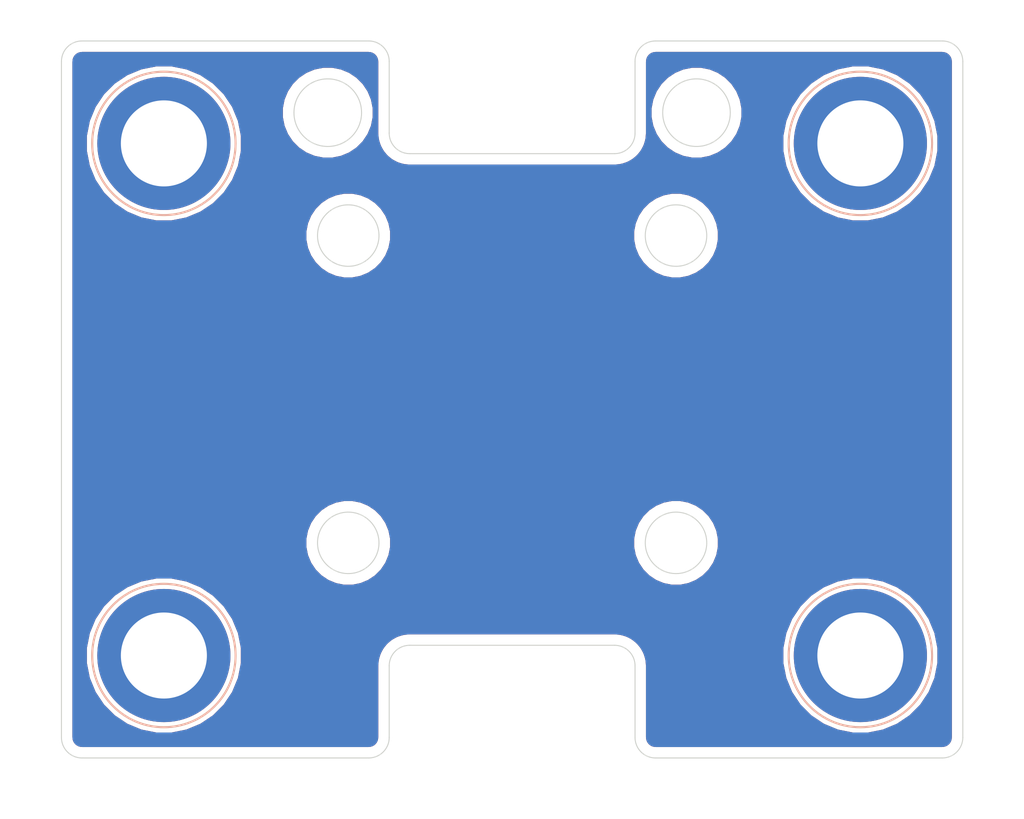
<source format=kicad_pcb>
(kicad_pcb (version 20171130) (host pcbnew 5.1.9+dfsg1-1+deb11u1)

  (general
    (thickness 1.6)
    (drawings 34)
    (tracks 0)
    (zones 0)
    (modules 4)
    (nets 1)
  )

  (page A4)
  (layers
    (0 F.Cu signal)
    (31 B.Cu signal)
    (32 B.Adhes user)
    (33 F.Adhes user)
    (34 B.Paste user)
    (35 F.Paste user)
    (36 B.SilkS user)
    (37 F.SilkS user)
    (38 B.Mask user)
    (39 F.Mask user)
    (40 Dwgs.User user)
    (41 Cmts.User user)
    (42 Eco1.User user)
    (43 Eco2.User user)
    (44 Edge.Cuts user)
    (45 Margin user)
    (46 B.CrtYd user)
    (47 F.CrtYd user)
    (48 B.Fab user)
    (49 F.Fab user)
  )

  (setup
    (last_trace_width 0.25)
    (trace_clearance 0.2)
    (zone_clearance 0.508)
    (zone_45_only no)
    (trace_min 0.2)
    (via_size 0.8)
    (via_drill 0.4)
    (via_min_size 0.4)
    (via_min_drill 0.3)
    (uvia_size 0.3)
    (uvia_drill 0.1)
    (uvias_allowed no)
    (uvia_min_size 0.2)
    (uvia_min_drill 0.1)
    (edge_width 0.05)
    (segment_width 0.2)
    (pcb_text_width 0.3)
    (pcb_text_size 1.5 1.5)
    (mod_edge_width 0.12)
    (mod_text_size 1 1)
    (mod_text_width 0.15)
    (pad_size 1.524 1.524)
    (pad_drill 0.762)
    (pad_to_mask_clearance 0)
    (aux_axis_origin 0 0)
    (visible_elements FFFFFF7F)
    (pcbplotparams
      (layerselection 0x010fc_ffffffff)
      (usegerberextensions false)
      (usegerberattributes true)
      (usegerberadvancedattributes true)
      (creategerberjobfile true)
      (excludeedgelayer true)
      (linewidth 0.100000)
      (plotframeref false)
      (viasonmask false)
      (mode 1)
      (useauxorigin false)
      (hpglpennumber 1)
      (hpglpenspeed 20)
      (hpglpendiameter 15.000000)
      (psnegative false)
      (psa4output false)
      (plotreference true)
      (plotvalue true)
      (plotinvisibletext false)
      (padsonsilk false)
      (subtractmaskfromsilk false)
      (outputformat 1)
      (mirror false)
      (drillshape 1)
      (scaleselection 1)
      (outputdirectory ""))
  )

  (net 0 "")

  (net_class Default "This is the default net class."
    (clearance 0.2)
    (trace_width 0.25)
    (via_dia 0.8)
    (via_drill 0.4)
    (uvia_dia 0.3)
    (uvia_drill 0.1)
  )

  (module custom-footprints:M3_SMD_NUT (layer F.Cu) (tedit 65A62D53) (tstamp 65F5BCCD)
    (at 182 122)
    (fp_text reference REF** (at 0 3) (layer F.SilkS) hide
      (effects (font (size 1 1) (thickness 0.15)))
    )
    (fp_text value M3_SMD_NUT (at 0 -2) (layer F.Fab)
      (effects (font (size 1 1) (thickness 0.15)))
    )
    (fp_circle (center 0 0) (end 3.5 0) (layer F.SilkS) (width 0.1))
    (fp_circle (center 0 0) (end 3.5 0) (layer B.SilkS) (width 0.1))
    (pad 1 thru_hole circle (at 0 0) (size 6.5 6.5) (drill 4.2) (layers *.Cu *.Mask))
  )

  (module custom-footprints:M3_SMD_NUT (layer F.Cu) (tedit 65A62D53) (tstamp 65F5BCB4)
    (at 182 97)
    (fp_text reference REF** (at 0 3) (layer F.SilkS) hide
      (effects (font (size 1 1) (thickness 0.15)))
    )
    (fp_text value M3_SMD_NUT (at 0 -2) (layer F.Fab)
      (effects (font (size 1 1) (thickness 0.15)))
    )
    (fp_circle (center 0 0) (end 3.5 0) (layer F.SilkS) (width 0.1))
    (fp_circle (center 0 0) (end 3.5 0) (layer B.SilkS) (width 0.1))
    (pad 1 thru_hole circle (at 0 0) (size 6.5 6.5) (drill 4.2) (layers *.Cu *.Mask))
  )

  (module custom-footprints:M3_SMD_NUT (layer F.Cu) (tedit 65A62D53) (tstamp 65F5BC9B)
    (at 148 122)
    (fp_text reference REF** (at 0 3) (layer F.SilkS) hide
      (effects (font (size 1 1) (thickness 0.15)))
    )
    (fp_text value M3_SMD_NUT (at 0 -2) (layer F.Fab)
      (effects (font (size 1 1) (thickness 0.15)))
    )
    (fp_circle (center 0 0) (end 3.5 0) (layer F.SilkS) (width 0.1))
    (fp_circle (center 0 0) (end 3.5 0) (layer B.SilkS) (width 0.1))
    (pad 1 thru_hole circle (at 0 0) (size 6.5 6.5) (drill 4.2) (layers *.Cu *.Mask))
  )

  (module custom-footprints:M3_SMD_NUT (layer F.Cu) (tedit 65A62D53) (tstamp 65F5BC82)
    (at 148 97)
    (fp_text reference REF** (at 0 3) (layer F.SilkS) hide
      (effects (font (size 1 1) (thickness 0.15)))
    )
    (fp_text value M3_SMD_NUT (at 0 -2) (layer F.Fab)
      (effects (font (size 1 1) (thickness 0.15)))
    )
    (fp_circle (center 0 0) (end 3.5 0) (layer F.SilkS) (width 0.1))
    (fp_circle (center 0 0) (end 3.5 0) (layer B.SilkS) (width 0.1))
    (pad 1 thru_hole circle (at 0 0) (size 6.5 6.5) (drill 4.2) (layers *.Cu *.Mask))
  )

  (gr_circle (center 148 122) (end 152 122) (layer Dwgs.User) (width 0.15))
  (gr_circle (center 182 122) (end 186 122) (layer Dwgs.User) (width 0.15))
  (gr_circle (center 182 97) (end 186 97) (layer Dwgs.User) (width 0.15))
  (gr_circle (center 148 97) (end 152 97) (layer Dwgs.User) (width 0.15))
  (gr_circle (center 174 95.5) (end 175.65 95.5) (layer Edge.Cuts) (width 0.05))
  (gr_circle (center 173 101.5) (end 174.5 101.5) (layer Edge.Cuts) (width 0.05))
  (gr_circle (center 156 95.5) (end 157.65 95.5) (layer Edge.Cuts) (width 0.05))
  (gr_circle (center 157 101.5) (end 158.5 101.5) (layer Edge.Cuts) (width 0.05))
  (gr_circle (center 173 116.5) (end 174.5 116.5) (layer Edge.Cuts) (width 0.05))
  (gr_circle (center 157 116.5) (end 158.5 116.5) (layer Edge.Cuts) (width 0.05))
  (gr_arc (start 158 93) (end 159 93) (angle -90) (layer Edge.Cuts) (width 0.05))
  (gr_line (start 159 93) (end 159 96.5) (layer Edge.Cuts) (width 0.05))
  (gr_arc (start 160 96.5) (end 159 96.5) (angle -90) (layer Edge.Cuts) (width 0.05))
  (gr_line (start 160 97.5) (end 170 97.5) (layer Edge.Cuts) (width 0.05))
  (gr_arc (start 170 96.5) (end 170 97.5) (angle -90) (layer Edge.Cuts) (width 0.05))
  (gr_line (start 171 96.5) (end 171 93) (layer Edge.Cuts) (width 0.05))
  (gr_arc (start 172 93) (end 172 92) (angle -90) (layer Edge.Cuts) (width 0.05))
  (gr_line (start 172 92) (end 186 92) (layer Edge.Cuts) (width 0.05))
  (gr_arc (start 186 93) (end 187 93) (angle -90) (layer Edge.Cuts) (width 0.05))
  (gr_line (start 187 93) (end 187 126) (layer Edge.Cuts) (width 0.05))
  (gr_arc (start 186 126) (end 186 127) (angle -90) (layer Edge.Cuts) (width 0.05))
  (gr_line (start 186 127) (end 172 127) (layer Edge.Cuts) (width 0.05))
  (gr_arc (start 172 126) (end 171 126) (angle -90) (layer Edge.Cuts) (width 0.05))
  (gr_line (start 171 122.5) (end 171 126) (layer Edge.Cuts) (width 0.05))
  (gr_arc (start 170 122.5) (end 171 122.5) (angle -90) (layer Edge.Cuts) (width 0.05))
  (gr_line (start 160 121.5) (end 170 121.5) (layer Edge.Cuts) (width 0.05))
  (gr_arc (start 160 122.5) (end 160 121.5) (angle -90) (layer Edge.Cuts) (width 0.05))
  (gr_line (start 159 126) (end 159 122.5) (layer Edge.Cuts) (width 0.05))
  (gr_arc (start 158 126) (end 158 127) (angle -90) (layer Edge.Cuts) (width 0.05))
  (gr_line (start 158 127) (end 144 127) (layer Edge.Cuts) (width 0.05))
  (gr_arc (start 144 126) (end 143 126) (angle -90) (layer Edge.Cuts) (width 0.05))
  (gr_line (start 143 126) (end 143 93) (layer Edge.Cuts) (width 0.05))
  (gr_arc (start 144 93) (end 144 92) (angle -90) (layer Edge.Cuts) (width 0.05))
  (gr_line (start 144 92) (end 158 92) (layer Edge.Cuts) (width 0.05))

  (zone (net 0) (net_name "") (layer F.Cu) (tstamp 0) (hatch edge 0.508)
    (connect_pads (clearance 0.508))
    (min_thickness 0.254)
    (fill yes (arc_segments 32) (thermal_gap 0.508) (thermal_bridge_width 0.508))
    (polygon
      (pts
        (xy 190 130) (xy 140 130) (xy 140 90) (xy 190 90)
      )
    )
    (filled_polygon
      (pts
        (xy 158.065424 92.66958) (xy 158.128356 92.68858) (xy 158.186405 92.719445) (xy 158.237343 92.760989) (xy 158.279248 92.811644)
        (xy 158.310515 92.869471) (xy 158.329956 92.932272) (xy 158.34 93.027836) (xy 158.340001 96.532419) (xy 158.342783 96.560664)
        (xy 158.34274 96.566801) (xy 158.34364 96.575972) (xy 158.364041 96.770069) (xy 158.376068 96.828658) (xy 158.387277 96.887423)
        (xy 158.389941 96.896245) (xy 158.447653 97.082683) (xy 158.470838 97.137838) (xy 158.493242 97.193291) (xy 158.497568 97.201427)
        (xy 158.590393 97.373104) (xy 158.623846 97.422699) (xy 158.6566 97.472753) (xy 158.662424 97.479894) (xy 158.786828 97.630272)
        (xy 158.829263 97.672411) (xy 158.871126 97.715161) (xy 158.878227 97.721034) (xy 159.029469 97.844384) (xy 159.079277 97.877477)
        (xy 159.128651 97.911284) (xy 159.136757 97.915667) (xy 159.30908 98.007292) (xy 159.364392 98.03009) (xy 159.419366 98.053652)
        (xy 159.428169 98.056377) (xy 159.615006 98.112786) (xy 159.673686 98.124405) (xy 159.732196 98.136842) (xy 159.741361 98.137805)
        (xy 159.935594 98.15685) (xy 159.935598 98.15685) (xy 159.967581 98.16) (xy 170.032419 98.16) (xy 170.060674 98.157217)
        (xy 170.066801 98.15726) (xy 170.075972 98.15636) (xy 170.270069 98.135959) (xy 170.328658 98.123932) (xy 170.387423 98.112723)
        (xy 170.396245 98.110059) (xy 170.582683 98.052347) (xy 170.637838 98.029162) (xy 170.693291 98.006758) (xy 170.701427 98.002432)
        (xy 170.873104 97.909607) (xy 170.922699 97.876154) (xy 170.972753 97.8434) (xy 170.979894 97.837576) (xy 171.130272 97.713172)
        (xy 171.172411 97.670737) (xy 171.215161 97.628874) (xy 171.221034 97.621773) (xy 171.344384 97.470531) (xy 171.377477 97.420723)
        (xy 171.411284 97.371349) (xy 171.415667 97.363243) (xy 171.507292 97.19092) (xy 171.53009 97.135608) (xy 171.553652 97.080634)
        (xy 171.556377 97.071831) (xy 171.612786 96.884994) (xy 171.624405 96.826314) (xy 171.636842 96.767804) (xy 171.637805 96.758639)
        (xy 171.65685 96.564406) (xy 171.65685 96.564402) (xy 171.66 96.532419) (xy 171.66 95.27162) (xy 171.68122 95.27162)
        (xy 171.68122 95.72838) (xy 171.770329 96.176363) (xy 171.945123 96.598354) (xy 172.198886 96.978136) (xy 172.521864 97.301114)
        (xy 172.901646 97.554877) (xy 173.323637 97.729671) (xy 173.77162 97.81878) (xy 174.22838 97.81878) (xy 174.676363 97.729671)
        (xy 175.098354 97.554877) (xy 175.478136 97.301114) (xy 175.801114 96.978136) (xy 176.042176 96.617361) (xy 178.115 96.617361)
        (xy 178.115 97.382639) (xy 178.264298 98.133213) (xy 178.557158 98.840238) (xy 178.982323 99.476543) (xy 179.523457 100.017677)
        (xy 180.159762 100.442842) (xy 180.866787 100.735702) (xy 181.617361 100.885) (xy 182.382639 100.885) (xy 183.133213 100.735702)
        (xy 183.840238 100.442842) (xy 184.476543 100.017677) (xy 185.017677 99.476543) (xy 185.442842 98.840238) (xy 185.735702 98.133213)
        (xy 185.885 97.382639) (xy 185.885 96.617361) (xy 185.735702 95.866787) (xy 185.442842 95.159762) (xy 185.017677 94.523457)
        (xy 184.476543 93.982323) (xy 183.840238 93.557158) (xy 183.133213 93.264298) (xy 182.382639 93.115) (xy 181.617361 93.115)
        (xy 180.866787 93.264298) (xy 180.159762 93.557158) (xy 179.523457 93.982323) (xy 178.982323 94.523457) (xy 178.557158 95.159762)
        (xy 178.264298 95.866787) (xy 178.115 96.617361) (xy 176.042176 96.617361) (xy 176.054877 96.598354) (xy 176.229671 96.176363)
        (xy 176.31878 95.72838) (xy 176.31878 95.27162) (xy 176.229671 94.823637) (xy 176.054877 94.401646) (xy 175.801114 94.021864)
        (xy 175.478136 93.698886) (xy 175.098354 93.445123) (xy 174.676363 93.270329) (xy 174.22838 93.18122) (xy 173.77162 93.18122)
        (xy 173.323637 93.270329) (xy 172.901646 93.445123) (xy 172.521864 93.698886) (xy 172.198886 94.021864) (xy 171.945123 94.401646)
        (xy 171.770329 94.823637) (xy 171.68122 95.27162) (xy 171.66 95.27162) (xy 171.66 93.032279) (xy 171.66958 92.934576)
        (xy 171.68858 92.871644) (xy 171.719445 92.813595) (xy 171.760989 92.762657) (xy 171.811644 92.720752) (xy 171.869471 92.689485)
        (xy 171.932272 92.670044) (xy 172.027835 92.66) (xy 185.967721 92.66) (xy 186.065424 92.66958) (xy 186.128356 92.68858)
        (xy 186.186405 92.719445) (xy 186.237343 92.760989) (xy 186.279248 92.811644) (xy 186.310515 92.869471) (xy 186.329956 92.932272)
        (xy 186.34 93.027835) (xy 186.340001 125.967711) (xy 186.33042 126.065424) (xy 186.31142 126.128357) (xy 186.280554 126.186406)
        (xy 186.239011 126.237343) (xy 186.188356 126.279248) (xy 186.130529 126.310515) (xy 186.067728 126.329956) (xy 185.972165 126.34)
        (xy 172.032279 126.34) (xy 171.934576 126.33042) (xy 171.871643 126.31142) (xy 171.813594 126.280554) (xy 171.762657 126.239011)
        (xy 171.720752 126.188356) (xy 171.689485 126.130529) (xy 171.670044 126.067728) (xy 171.66 125.972165) (xy 171.66 122.467581)
        (xy 171.657217 122.439326) (xy 171.65726 122.433199) (xy 171.65636 122.424028) (xy 171.635959 122.229931) (xy 171.623934 122.171348)
        (xy 171.612723 122.112577) (xy 171.610059 122.103755) (xy 171.552347 121.917317) (xy 171.529162 121.862162) (xy 171.506758 121.806709)
        (xy 171.502432 121.798573) (xy 171.409607 121.626896) (xy 171.403176 121.617361) (xy 178.115 121.617361) (xy 178.115 122.382639)
        (xy 178.264298 123.133213) (xy 178.557158 123.840238) (xy 178.982323 124.476543) (xy 179.523457 125.017677) (xy 180.159762 125.442842)
        (xy 180.866787 125.735702) (xy 181.617361 125.885) (xy 182.382639 125.885) (xy 183.133213 125.735702) (xy 183.840238 125.442842)
        (xy 184.476543 125.017677) (xy 185.017677 124.476543) (xy 185.442842 123.840238) (xy 185.735702 123.133213) (xy 185.885 122.382639)
        (xy 185.885 121.617361) (xy 185.735702 120.866787) (xy 185.442842 120.159762) (xy 185.017677 119.523457) (xy 184.476543 118.982323)
        (xy 183.840238 118.557158) (xy 183.133213 118.264298) (xy 182.382639 118.115) (xy 181.617361 118.115) (xy 180.866787 118.264298)
        (xy 180.159762 118.557158) (xy 179.523457 118.982323) (xy 178.982323 119.523457) (xy 178.557158 120.159762) (xy 178.264298 120.866787)
        (xy 178.115 121.617361) (xy 171.403176 121.617361) (xy 171.376139 121.577278) (xy 171.3434 121.527247) (xy 171.337576 121.520106)
        (xy 171.213172 121.369728) (xy 171.170737 121.327589) (xy 171.128874 121.284839) (xy 171.121773 121.278966) (xy 170.970531 121.155616)
        (xy 170.920738 121.122534) (xy 170.871349 121.088716) (xy 170.863243 121.084333) (xy 170.690921 120.992708) (xy 170.635606 120.969909)
        (xy 170.580634 120.946348) (xy 170.571831 120.943623) (xy 170.384995 120.887214) (xy 170.326307 120.875594) (xy 170.267804 120.863158)
        (xy 170.258639 120.862195) (xy 170.064405 120.84315) (xy 170.064402 120.84315) (xy 170.032419 120.84) (xy 159.967581 120.84)
        (xy 159.939326 120.842783) (xy 159.933199 120.84274) (xy 159.924028 120.84364) (xy 159.729931 120.864041) (xy 159.671348 120.876066)
        (xy 159.612577 120.887277) (xy 159.603755 120.889941) (xy 159.417317 120.947653) (xy 159.362162 120.970838) (xy 159.306709 120.993242)
        (xy 159.298573 120.997568) (xy 159.126896 121.090393) (xy 159.077278 121.123861) (xy 159.027247 121.1566) (xy 159.020106 121.162424)
        (xy 158.869728 121.286828) (xy 158.827589 121.329263) (xy 158.784839 121.371126) (xy 158.778966 121.378227) (xy 158.655616 121.529469)
        (xy 158.622534 121.579262) (xy 158.588716 121.628651) (xy 158.584333 121.636757) (xy 158.492708 121.809079) (xy 158.469909 121.864394)
        (xy 158.446348 121.919366) (xy 158.443623 121.928169) (xy 158.387214 122.115005) (xy 158.375594 122.173693) (xy 158.363158 122.232196)
        (xy 158.362195 122.241361) (xy 158.34315 122.435595) (xy 158.34315 122.435608) (xy 158.340001 122.467581) (xy 158.34 125.967721)
        (xy 158.33042 126.065424) (xy 158.31142 126.128357) (xy 158.280554 126.186406) (xy 158.239011 126.237343) (xy 158.188356 126.279248)
        (xy 158.130529 126.310515) (xy 158.067728 126.329956) (xy 157.972165 126.34) (xy 144.032279 126.34) (xy 143.934576 126.33042)
        (xy 143.871643 126.31142) (xy 143.813594 126.280554) (xy 143.762657 126.239011) (xy 143.720752 126.188356) (xy 143.689485 126.130529)
        (xy 143.670044 126.067728) (xy 143.66 125.972165) (xy 143.66 121.617361) (xy 144.115 121.617361) (xy 144.115 122.382639)
        (xy 144.264298 123.133213) (xy 144.557158 123.840238) (xy 144.982323 124.476543) (xy 145.523457 125.017677) (xy 146.159762 125.442842)
        (xy 146.866787 125.735702) (xy 147.617361 125.885) (xy 148.382639 125.885) (xy 149.133213 125.735702) (xy 149.840238 125.442842)
        (xy 150.476543 125.017677) (xy 151.017677 124.476543) (xy 151.442842 123.840238) (xy 151.735702 123.133213) (xy 151.885 122.382639)
        (xy 151.885 121.617361) (xy 151.735702 120.866787) (xy 151.442842 120.159762) (xy 151.017677 119.523457) (xy 150.476543 118.982323)
        (xy 149.840238 118.557158) (xy 149.133213 118.264298) (xy 148.382639 118.115) (xy 147.617361 118.115) (xy 146.866787 118.264298)
        (xy 146.159762 118.557158) (xy 145.523457 118.982323) (xy 144.982323 119.523457) (xy 144.557158 120.159762) (xy 144.264298 120.866787)
        (xy 144.115 121.617361) (xy 143.66 121.617361) (xy 143.66 116.286323) (xy 154.830497 116.286323) (xy 154.830497 116.713677)
        (xy 154.91387 117.132821) (xy 155.077412 117.527645) (xy 155.314837 117.882977) (xy 155.617023 118.185163) (xy 155.972355 118.422588)
        (xy 156.367179 118.58613) (xy 156.786323 118.669503) (xy 157.213677 118.669503) (xy 157.632821 118.58613) (xy 158.027645 118.422588)
        (xy 158.382977 118.185163) (xy 158.685163 117.882977) (xy 158.922588 117.527645) (xy 159.08613 117.132821) (xy 159.169503 116.713677)
        (xy 159.169503 116.286323) (xy 170.830497 116.286323) (xy 170.830497 116.713677) (xy 170.91387 117.132821) (xy 171.077412 117.527645)
        (xy 171.314837 117.882977) (xy 171.617023 118.185163) (xy 171.972355 118.422588) (xy 172.367179 118.58613) (xy 172.786323 118.669503)
        (xy 173.213677 118.669503) (xy 173.632821 118.58613) (xy 174.027645 118.422588) (xy 174.382977 118.185163) (xy 174.685163 117.882977)
        (xy 174.922588 117.527645) (xy 175.08613 117.132821) (xy 175.169503 116.713677) (xy 175.169503 116.286323) (xy 175.08613 115.867179)
        (xy 174.922588 115.472355) (xy 174.685163 115.117023) (xy 174.382977 114.814837) (xy 174.027645 114.577412) (xy 173.632821 114.41387)
        (xy 173.213677 114.330497) (xy 172.786323 114.330497) (xy 172.367179 114.41387) (xy 171.972355 114.577412) (xy 171.617023 114.814837)
        (xy 171.314837 115.117023) (xy 171.077412 115.472355) (xy 170.91387 115.867179) (xy 170.830497 116.286323) (xy 159.169503 116.286323)
        (xy 159.08613 115.867179) (xy 158.922588 115.472355) (xy 158.685163 115.117023) (xy 158.382977 114.814837) (xy 158.027645 114.577412)
        (xy 157.632821 114.41387) (xy 157.213677 114.330497) (xy 156.786323 114.330497) (xy 156.367179 114.41387) (xy 155.972355 114.577412)
        (xy 155.617023 114.814837) (xy 155.314837 115.117023) (xy 155.077412 115.472355) (xy 154.91387 115.867179) (xy 154.830497 116.286323)
        (xy 143.66 116.286323) (xy 143.66 101.286323) (xy 154.830497 101.286323) (xy 154.830497 101.713677) (xy 154.91387 102.132821)
        (xy 155.077412 102.527645) (xy 155.314837 102.882977) (xy 155.617023 103.185163) (xy 155.972355 103.422588) (xy 156.367179 103.58613)
        (xy 156.786323 103.669503) (xy 157.213677 103.669503) (xy 157.632821 103.58613) (xy 158.027645 103.422588) (xy 158.382977 103.185163)
        (xy 158.685163 102.882977) (xy 158.922588 102.527645) (xy 159.08613 102.132821) (xy 159.169503 101.713677) (xy 159.169503 101.286323)
        (xy 170.830497 101.286323) (xy 170.830497 101.713677) (xy 170.91387 102.132821) (xy 171.077412 102.527645) (xy 171.314837 102.882977)
        (xy 171.617023 103.185163) (xy 171.972355 103.422588) (xy 172.367179 103.58613) (xy 172.786323 103.669503) (xy 173.213677 103.669503)
        (xy 173.632821 103.58613) (xy 174.027645 103.422588) (xy 174.382977 103.185163) (xy 174.685163 102.882977) (xy 174.922588 102.527645)
        (xy 175.08613 102.132821) (xy 175.169503 101.713677) (xy 175.169503 101.286323) (xy 175.08613 100.867179) (xy 174.922588 100.472355)
        (xy 174.685163 100.117023) (xy 174.382977 99.814837) (xy 174.027645 99.577412) (xy 173.632821 99.41387) (xy 173.213677 99.330497)
        (xy 172.786323 99.330497) (xy 172.367179 99.41387) (xy 171.972355 99.577412) (xy 171.617023 99.814837) (xy 171.314837 100.117023)
        (xy 171.077412 100.472355) (xy 170.91387 100.867179) (xy 170.830497 101.286323) (xy 159.169503 101.286323) (xy 159.08613 100.867179)
        (xy 158.922588 100.472355) (xy 158.685163 100.117023) (xy 158.382977 99.814837) (xy 158.027645 99.577412) (xy 157.632821 99.41387)
        (xy 157.213677 99.330497) (xy 156.786323 99.330497) (xy 156.367179 99.41387) (xy 155.972355 99.577412) (xy 155.617023 99.814837)
        (xy 155.314837 100.117023) (xy 155.077412 100.472355) (xy 154.91387 100.867179) (xy 154.830497 101.286323) (xy 143.66 101.286323)
        (xy 143.66 96.617361) (xy 144.115 96.617361) (xy 144.115 97.382639) (xy 144.264298 98.133213) (xy 144.557158 98.840238)
        (xy 144.982323 99.476543) (xy 145.523457 100.017677) (xy 146.159762 100.442842) (xy 146.866787 100.735702) (xy 147.617361 100.885)
        (xy 148.382639 100.885) (xy 149.133213 100.735702) (xy 149.840238 100.442842) (xy 150.476543 100.017677) (xy 151.017677 99.476543)
        (xy 151.442842 98.840238) (xy 151.735702 98.133213) (xy 151.885 97.382639) (xy 151.885 96.617361) (xy 151.735702 95.866787)
        (xy 151.489176 95.27162) (xy 153.68122 95.27162) (xy 153.68122 95.72838) (xy 153.770329 96.176363) (xy 153.945123 96.598354)
        (xy 154.198886 96.978136) (xy 154.521864 97.301114) (xy 154.901646 97.554877) (xy 155.323637 97.729671) (xy 155.77162 97.81878)
        (xy 156.22838 97.81878) (xy 156.676363 97.729671) (xy 157.098354 97.554877) (xy 157.478136 97.301114) (xy 157.801114 96.978136)
        (xy 158.054877 96.598354) (xy 158.229671 96.176363) (xy 158.31878 95.72838) (xy 158.31878 95.27162) (xy 158.229671 94.823637)
        (xy 158.054877 94.401646) (xy 157.801114 94.021864) (xy 157.478136 93.698886) (xy 157.098354 93.445123) (xy 156.676363 93.270329)
        (xy 156.22838 93.18122) (xy 155.77162 93.18122) (xy 155.323637 93.270329) (xy 154.901646 93.445123) (xy 154.521864 93.698886)
        (xy 154.198886 94.021864) (xy 153.945123 94.401646) (xy 153.770329 94.823637) (xy 153.68122 95.27162) (xy 151.489176 95.27162)
        (xy 151.442842 95.159762) (xy 151.017677 94.523457) (xy 150.476543 93.982323) (xy 149.840238 93.557158) (xy 149.133213 93.264298)
        (xy 148.382639 93.115) (xy 147.617361 93.115) (xy 146.866787 93.264298) (xy 146.159762 93.557158) (xy 145.523457 93.982323)
        (xy 144.982323 94.523457) (xy 144.557158 95.159762) (xy 144.264298 95.866787) (xy 144.115 96.617361) (xy 143.66 96.617361)
        (xy 143.66 93.032279) (xy 143.66958 92.934576) (xy 143.68858 92.871644) (xy 143.719445 92.813595) (xy 143.760989 92.762657)
        (xy 143.811644 92.720752) (xy 143.869471 92.689485) (xy 143.932272 92.670044) (xy 144.027835 92.66) (xy 157.967721 92.66)
      )
    )
  )
  (zone (net 0) (net_name "") (layer B.Cu) (tstamp 0) (hatch edge 0.508)
    (connect_pads (clearance 0.508))
    (min_thickness 0.254)
    (fill yes (arc_segments 32) (thermal_gap 0.508) (thermal_bridge_width 0.508))
    (polygon
      (pts
        (xy 190 130) (xy 140 130) (xy 140 90) (xy 190 90)
      )
    )
    (filled_polygon
      (pts
        (xy 158.065424 92.66958) (xy 158.128356 92.68858) (xy 158.186405 92.719445) (xy 158.237343 92.760989) (xy 158.279248 92.811644)
        (xy 158.310515 92.869471) (xy 158.329956 92.932272) (xy 158.34 93.027836) (xy 158.340001 96.532419) (xy 158.342783 96.560664)
        (xy 158.34274 96.566801) (xy 158.34364 96.575972) (xy 158.364041 96.770069) (xy 158.376068 96.828658) (xy 158.387277 96.887423)
        (xy 158.389941 96.896245) (xy 158.447653 97.082683) (xy 158.470838 97.137838) (xy 158.493242 97.193291) (xy 158.497568 97.201427)
        (xy 158.590393 97.373104) (xy 158.623846 97.422699) (xy 158.6566 97.472753) (xy 158.662424 97.479894) (xy 158.786828 97.630272)
        (xy 158.829263 97.672411) (xy 158.871126 97.715161) (xy 158.878227 97.721034) (xy 159.029469 97.844384) (xy 159.079277 97.877477)
        (xy 159.128651 97.911284) (xy 159.136757 97.915667) (xy 159.30908 98.007292) (xy 159.364392 98.03009) (xy 159.419366 98.053652)
        (xy 159.428169 98.056377) (xy 159.615006 98.112786) (xy 159.673686 98.124405) (xy 159.732196 98.136842) (xy 159.741361 98.137805)
        (xy 159.935594 98.15685) (xy 159.935598 98.15685) (xy 159.967581 98.16) (xy 170.032419 98.16) (xy 170.060674 98.157217)
        (xy 170.066801 98.15726) (xy 170.075972 98.15636) (xy 170.270069 98.135959) (xy 170.328658 98.123932) (xy 170.387423 98.112723)
        (xy 170.396245 98.110059) (xy 170.582683 98.052347) (xy 170.637838 98.029162) (xy 170.693291 98.006758) (xy 170.701427 98.002432)
        (xy 170.873104 97.909607) (xy 170.922699 97.876154) (xy 170.972753 97.8434) (xy 170.979894 97.837576) (xy 171.130272 97.713172)
        (xy 171.172411 97.670737) (xy 171.215161 97.628874) (xy 171.221034 97.621773) (xy 171.344384 97.470531) (xy 171.377477 97.420723)
        (xy 171.411284 97.371349) (xy 171.415667 97.363243) (xy 171.507292 97.19092) (xy 171.53009 97.135608) (xy 171.553652 97.080634)
        (xy 171.556377 97.071831) (xy 171.612786 96.884994) (xy 171.624405 96.826314) (xy 171.636842 96.767804) (xy 171.637805 96.758639)
        (xy 171.65685 96.564406) (xy 171.65685 96.564402) (xy 171.66 96.532419) (xy 171.66 95.27162) (xy 171.68122 95.27162)
        (xy 171.68122 95.72838) (xy 171.770329 96.176363) (xy 171.945123 96.598354) (xy 172.198886 96.978136) (xy 172.521864 97.301114)
        (xy 172.901646 97.554877) (xy 173.323637 97.729671) (xy 173.77162 97.81878) (xy 174.22838 97.81878) (xy 174.676363 97.729671)
        (xy 175.098354 97.554877) (xy 175.478136 97.301114) (xy 175.801114 96.978136) (xy 176.042176 96.617361) (xy 178.115 96.617361)
        (xy 178.115 97.382639) (xy 178.264298 98.133213) (xy 178.557158 98.840238) (xy 178.982323 99.476543) (xy 179.523457 100.017677)
        (xy 180.159762 100.442842) (xy 180.866787 100.735702) (xy 181.617361 100.885) (xy 182.382639 100.885) (xy 183.133213 100.735702)
        (xy 183.840238 100.442842) (xy 184.476543 100.017677) (xy 185.017677 99.476543) (xy 185.442842 98.840238) (xy 185.735702 98.133213)
        (xy 185.885 97.382639) (xy 185.885 96.617361) (xy 185.735702 95.866787) (xy 185.442842 95.159762) (xy 185.017677 94.523457)
        (xy 184.476543 93.982323) (xy 183.840238 93.557158) (xy 183.133213 93.264298) (xy 182.382639 93.115) (xy 181.617361 93.115)
        (xy 180.866787 93.264298) (xy 180.159762 93.557158) (xy 179.523457 93.982323) (xy 178.982323 94.523457) (xy 178.557158 95.159762)
        (xy 178.264298 95.866787) (xy 178.115 96.617361) (xy 176.042176 96.617361) (xy 176.054877 96.598354) (xy 176.229671 96.176363)
        (xy 176.31878 95.72838) (xy 176.31878 95.27162) (xy 176.229671 94.823637) (xy 176.054877 94.401646) (xy 175.801114 94.021864)
        (xy 175.478136 93.698886) (xy 175.098354 93.445123) (xy 174.676363 93.270329) (xy 174.22838 93.18122) (xy 173.77162 93.18122)
        (xy 173.323637 93.270329) (xy 172.901646 93.445123) (xy 172.521864 93.698886) (xy 172.198886 94.021864) (xy 171.945123 94.401646)
        (xy 171.770329 94.823637) (xy 171.68122 95.27162) (xy 171.66 95.27162) (xy 171.66 93.032279) (xy 171.66958 92.934576)
        (xy 171.68858 92.871644) (xy 171.719445 92.813595) (xy 171.760989 92.762657) (xy 171.811644 92.720752) (xy 171.869471 92.689485)
        (xy 171.932272 92.670044) (xy 172.027835 92.66) (xy 185.967721 92.66) (xy 186.065424 92.66958) (xy 186.128356 92.68858)
        (xy 186.186405 92.719445) (xy 186.237343 92.760989) (xy 186.279248 92.811644) (xy 186.310515 92.869471) (xy 186.329956 92.932272)
        (xy 186.34 93.027835) (xy 186.340001 125.967711) (xy 186.33042 126.065424) (xy 186.31142 126.128357) (xy 186.280554 126.186406)
        (xy 186.239011 126.237343) (xy 186.188356 126.279248) (xy 186.130529 126.310515) (xy 186.067728 126.329956) (xy 185.972165 126.34)
        (xy 172.032279 126.34) (xy 171.934576 126.33042) (xy 171.871643 126.31142) (xy 171.813594 126.280554) (xy 171.762657 126.239011)
        (xy 171.720752 126.188356) (xy 171.689485 126.130529) (xy 171.670044 126.067728) (xy 171.66 125.972165) (xy 171.66 122.467581)
        (xy 171.657217 122.439326) (xy 171.65726 122.433199) (xy 171.65636 122.424028) (xy 171.635959 122.229931) (xy 171.623934 122.171348)
        (xy 171.612723 122.112577) (xy 171.610059 122.103755) (xy 171.552347 121.917317) (xy 171.529162 121.862162) (xy 171.506758 121.806709)
        (xy 171.502432 121.798573) (xy 171.409607 121.626896) (xy 171.403176 121.617361) (xy 178.115 121.617361) (xy 178.115 122.382639)
        (xy 178.264298 123.133213) (xy 178.557158 123.840238) (xy 178.982323 124.476543) (xy 179.523457 125.017677) (xy 180.159762 125.442842)
        (xy 180.866787 125.735702) (xy 181.617361 125.885) (xy 182.382639 125.885) (xy 183.133213 125.735702) (xy 183.840238 125.442842)
        (xy 184.476543 125.017677) (xy 185.017677 124.476543) (xy 185.442842 123.840238) (xy 185.735702 123.133213) (xy 185.885 122.382639)
        (xy 185.885 121.617361) (xy 185.735702 120.866787) (xy 185.442842 120.159762) (xy 185.017677 119.523457) (xy 184.476543 118.982323)
        (xy 183.840238 118.557158) (xy 183.133213 118.264298) (xy 182.382639 118.115) (xy 181.617361 118.115) (xy 180.866787 118.264298)
        (xy 180.159762 118.557158) (xy 179.523457 118.982323) (xy 178.982323 119.523457) (xy 178.557158 120.159762) (xy 178.264298 120.866787)
        (xy 178.115 121.617361) (xy 171.403176 121.617361) (xy 171.376139 121.577278) (xy 171.3434 121.527247) (xy 171.337576 121.520106)
        (xy 171.213172 121.369728) (xy 171.170737 121.327589) (xy 171.128874 121.284839) (xy 171.121773 121.278966) (xy 170.970531 121.155616)
        (xy 170.920738 121.122534) (xy 170.871349 121.088716) (xy 170.863243 121.084333) (xy 170.690921 120.992708) (xy 170.635606 120.969909)
        (xy 170.580634 120.946348) (xy 170.571831 120.943623) (xy 170.384995 120.887214) (xy 170.326307 120.875594) (xy 170.267804 120.863158)
        (xy 170.258639 120.862195) (xy 170.064405 120.84315) (xy 170.064402 120.84315) (xy 170.032419 120.84) (xy 159.967581 120.84)
        (xy 159.939326 120.842783) (xy 159.933199 120.84274) (xy 159.924028 120.84364) (xy 159.729931 120.864041) (xy 159.671348 120.876066)
        (xy 159.612577 120.887277) (xy 159.603755 120.889941) (xy 159.417317 120.947653) (xy 159.362162 120.970838) (xy 159.306709 120.993242)
        (xy 159.298573 120.997568) (xy 159.126896 121.090393) (xy 159.077278 121.123861) (xy 159.027247 121.1566) (xy 159.020106 121.162424)
        (xy 158.869728 121.286828) (xy 158.827589 121.329263) (xy 158.784839 121.371126) (xy 158.778966 121.378227) (xy 158.655616 121.529469)
        (xy 158.622534 121.579262) (xy 158.588716 121.628651) (xy 158.584333 121.636757) (xy 158.492708 121.809079) (xy 158.469909 121.864394)
        (xy 158.446348 121.919366) (xy 158.443623 121.928169) (xy 158.387214 122.115005) (xy 158.375594 122.173693) (xy 158.363158 122.232196)
        (xy 158.362195 122.241361) (xy 158.34315 122.435595) (xy 158.34315 122.435608) (xy 158.340001 122.467581) (xy 158.34 125.967721)
        (xy 158.33042 126.065424) (xy 158.31142 126.128357) (xy 158.280554 126.186406) (xy 158.239011 126.237343) (xy 158.188356 126.279248)
        (xy 158.130529 126.310515) (xy 158.067728 126.329956) (xy 157.972165 126.34) (xy 144.032279 126.34) (xy 143.934576 126.33042)
        (xy 143.871643 126.31142) (xy 143.813594 126.280554) (xy 143.762657 126.239011) (xy 143.720752 126.188356) (xy 143.689485 126.130529)
        (xy 143.670044 126.067728) (xy 143.66 125.972165) (xy 143.66 121.617361) (xy 144.115 121.617361) (xy 144.115 122.382639)
        (xy 144.264298 123.133213) (xy 144.557158 123.840238) (xy 144.982323 124.476543) (xy 145.523457 125.017677) (xy 146.159762 125.442842)
        (xy 146.866787 125.735702) (xy 147.617361 125.885) (xy 148.382639 125.885) (xy 149.133213 125.735702) (xy 149.840238 125.442842)
        (xy 150.476543 125.017677) (xy 151.017677 124.476543) (xy 151.442842 123.840238) (xy 151.735702 123.133213) (xy 151.885 122.382639)
        (xy 151.885 121.617361) (xy 151.735702 120.866787) (xy 151.442842 120.159762) (xy 151.017677 119.523457) (xy 150.476543 118.982323)
        (xy 149.840238 118.557158) (xy 149.133213 118.264298) (xy 148.382639 118.115) (xy 147.617361 118.115) (xy 146.866787 118.264298)
        (xy 146.159762 118.557158) (xy 145.523457 118.982323) (xy 144.982323 119.523457) (xy 144.557158 120.159762) (xy 144.264298 120.866787)
        (xy 144.115 121.617361) (xy 143.66 121.617361) (xy 143.66 116.286323) (xy 154.830497 116.286323) (xy 154.830497 116.713677)
        (xy 154.91387 117.132821) (xy 155.077412 117.527645) (xy 155.314837 117.882977) (xy 155.617023 118.185163) (xy 155.972355 118.422588)
        (xy 156.367179 118.58613) (xy 156.786323 118.669503) (xy 157.213677 118.669503) (xy 157.632821 118.58613) (xy 158.027645 118.422588)
        (xy 158.382977 118.185163) (xy 158.685163 117.882977) (xy 158.922588 117.527645) (xy 159.08613 117.132821) (xy 159.169503 116.713677)
        (xy 159.169503 116.286323) (xy 170.830497 116.286323) (xy 170.830497 116.713677) (xy 170.91387 117.132821) (xy 171.077412 117.527645)
        (xy 171.314837 117.882977) (xy 171.617023 118.185163) (xy 171.972355 118.422588) (xy 172.367179 118.58613) (xy 172.786323 118.669503)
        (xy 173.213677 118.669503) (xy 173.632821 118.58613) (xy 174.027645 118.422588) (xy 174.382977 118.185163) (xy 174.685163 117.882977)
        (xy 174.922588 117.527645) (xy 175.08613 117.132821) (xy 175.169503 116.713677) (xy 175.169503 116.286323) (xy 175.08613 115.867179)
        (xy 174.922588 115.472355) (xy 174.685163 115.117023) (xy 174.382977 114.814837) (xy 174.027645 114.577412) (xy 173.632821 114.41387)
        (xy 173.213677 114.330497) (xy 172.786323 114.330497) (xy 172.367179 114.41387) (xy 171.972355 114.577412) (xy 171.617023 114.814837)
        (xy 171.314837 115.117023) (xy 171.077412 115.472355) (xy 170.91387 115.867179) (xy 170.830497 116.286323) (xy 159.169503 116.286323)
        (xy 159.08613 115.867179) (xy 158.922588 115.472355) (xy 158.685163 115.117023) (xy 158.382977 114.814837) (xy 158.027645 114.577412)
        (xy 157.632821 114.41387) (xy 157.213677 114.330497) (xy 156.786323 114.330497) (xy 156.367179 114.41387) (xy 155.972355 114.577412)
        (xy 155.617023 114.814837) (xy 155.314837 115.117023) (xy 155.077412 115.472355) (xy 154.91387 115.867179) (xy 154.830497 116.286323)
        (xy 143.66 116.286323) (xy 143.66 101.286323) (xy 154.830497 101.286323) (xy 154.830497 101.713677) (xy 154.91387 102.132821)
        (xy 155.077412 102.527645) (xy 155.314837 102.882977) (xy 155.617023 103.185163) (xy 155.972355 103.422588) (xy 156.367179 103.58613)
        (xy 156.786323 103.669503) (xy 157.213677 103.669503) (xy 157.632821 103.58613) (xy 158.027645 103.422588) (xy 158.382977 103.185163)
        (xy 158.685163 102.882977) (xy 158.922588 102.527645) (xy 159.08613 102.132821) (xy 159.169503 101.713677) (xy 159.169503 101.286323)
        (xy 170.830497 101.286323) (xy 170.830497 101.713677) (xy 170.91387 102.132821) (xy 171.077412 102.527645) (xy 171.314837 102.882977)
        (xy 171.617023 103.185163) (xy 171.972355 103.422588) (xy 172.367179 103.58613) (xy 172.786323 103.669503) (xy 173.213677 103.669503)
        (xy 173.632821 103.58613) (xy 174.027645 103.422588) (xy 174.382977 103.185163) (xy 174.685163 102.882977) (xy 174.922588 102.527645)
        (xy 175.08613 102.132821) (xy 175.169503 101.713677) (xy 175.169503 101.286323) (xy 175.08613 100.867179) (xy 174.922588 100.472355)
        (xy 174.685163 100.117023) (xy 174.382977 99.814837) (xy 174.027645 99.577412) (xy 173.632821 99.41387) (xy 173.213677 99.330497)
        (xy 172.786323 99.330497) (xy 172.367179 99.41387) (xy 171.972355 99.577412) (xy 171.617023 99.814837) (xy 171.314837 100.117023)
        (xy 171.077412 100.472355) (xy 170.91387 100.867179) (xy 170.830497 101.286323) (xy 159.169503 101.286323) (xy 159.08613 100.867179)
        (xy 158.922588 100.472355) (xy 158.685163 100.117023) (xy 158.382977 99.814837) (xy 158.027645 99.577412) (xy 157.632821 99.41387)
        (xy 157.213677 99.330497) (xy 156.786323 99.330497) (xy 156.367179 99.41387) (xy 155.972355 99.577412) (xy 155.617023 99.814837)
        (xy 155.314837 100.117023) (xy 155.077412 100.472355) (xy 154.91387 100.867179) (xy 154.830497 101.286323) (xy 143.66 101.286323)
        (xy 143.66 96.617361) (xy 144.115 96.617361) (xy 144.115 97.382639) (xy 144.264298 98.133213) (xy 144.557158 98.840238)
        (xy 144.982323 99.476543) (xy 145.523457 100.017677) (xy 146.159762 100.442842) (xy 146.866787 100.735702) (xy 147.617361 100.885)
        (xy 148.382639 100.885) (xy 149.133213 100.735702) (xy 149.840238 100.442842) (xy 150.476543 100.017677) (xy 151.017677 99.476543)
        (xy 151.442842 98.840238) (xy 151.735702 98.133213) (xy 151.885 97.382639) (xy 151.885 96.617361) (xy 151.735702 95.866787)
        (xy 151.489176 95.27162) (xy 153.68122 95.27162) (xy 153.68122 95.72838) (xy 153.770329 96.176363) (xy 153.945123 96.598354)
        (xy 154.198886 96.978136) (xy 154.521864 97.301114) (xy 154.901646 97.554877) (xy 155.323637 97.729671) (xy 155.77162 97.81878)
        (xy 156.22838 97.81878) (xy 156.676363 97.729671) (xy 157.098354 97.554877) (xy 157.478136 97.301114) (xy 157.801114 96.978136)
        (xy 158.054877 96.598354) (xy 158.229671 96.176363) (xy 158.31878 95.72838) (xy 158.31878 95.27162) (xy 158.229671 94.823637)
        (xy 158.054877 94.401646) (xy 157.801114 94.021864) (xy 157.478136 93.698886) (xy 157.098354 93.445123) (xy 156.676363 93.270329)
        (xy 156.22838 93.18122) (xy 155.77162 93.18122) (xy 155.323637 93.270329) (xy 154.901646 93.445123) (xy 154.521864 93.698886)
        (xy 154.198886 94.021864) (xy 153.945123 94.401646) (xy 153.770329 94.823637) (xy 153.68122 95.27162) (xy 151.489176 95.27162)
        (xy 151.442842 95.159762) (xy 151.017677 94.523457) (xy 150.476543 93.982323) (xy 149.840238 93.557158) (xy 149.133213 93.264298)
        (xy 148.382639 93.115) (xy 147.617361 93.115) (xy 146.866787 93.264298) (xy 146.159762 93.557158) (xy 145.523457 93.982323)
        (xy 144.982323 94.523457) (xy 144.557158 95.159762) (xy 144.264298 95.866787) (xy 144.115 96.617361) (xy 143.66 96.617361)
        (xy 143.66 93.032279) (xy 143.66958 92.934576) (xy 143.68858 92.871644) (xy 143.719445 92.813595) (xy 143.760989 92.762657)
        (xy 143.811644 92.720752) (xy 143.869471 92.689485) (xy 143.932272 92.670044) (xy 144.027835 92.66) (xy 157.967721 92.66)
      )
    )
  )
)

</source>
